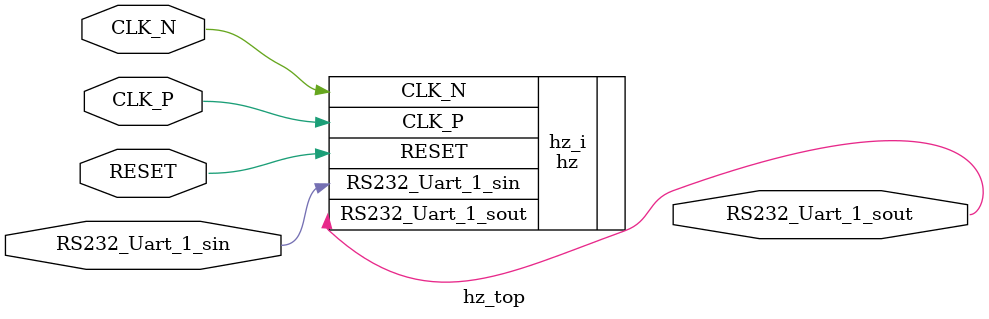
<source format=v>

module hz_top
  (
    RS232_Uart_1_sout,
    RS232_Uart_1_sin,
    RESET,
    CLK_P,
    CLK_N
  );
  output RS232_Uart_1_sout;
  input RS232_Uart_1_sin;
  input RESET;
  input CLK_P;
  input CLK_N;

  (* BOX_TYPE = "user_black_box" *)
  hz
    hz_i (
      .RS232_Uart_1_sout ( RS232_Uart_1_sout ),
      .RS232_Uart_1_sin ( RS232_Uart_1_sin ),
      .RESET ( RESET ),
      .CLK_P ( CLK_P ),
      .CLK_N ( CLK_N )
    );

endmodule


</source>
